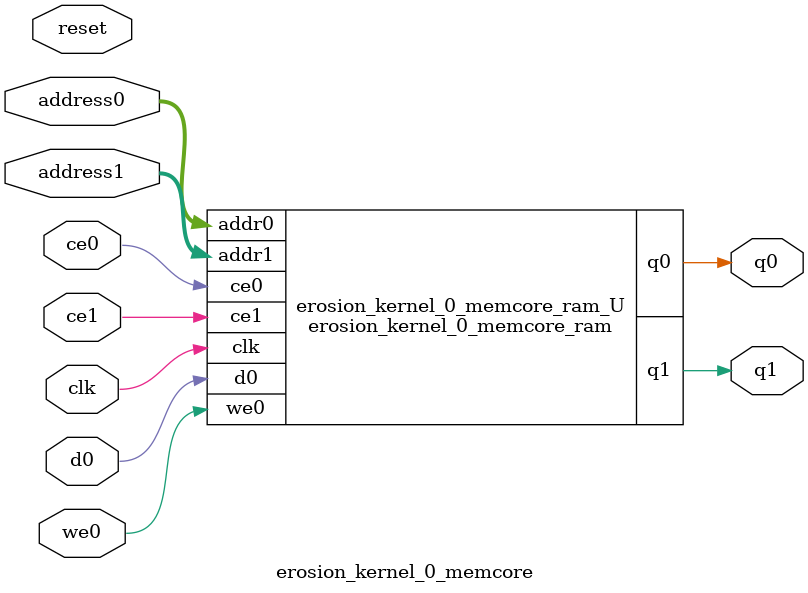
<source format=v>
`timescale 1 ns / 1 ps
module erosion_kernel_0_memcore_ram (addr0, ce0, d0, we0, q0, addr1, ce1, q1,  clk);

parameter DWIDTH = 1;
parameter AWIDTH = 2;
parameter MEM_SIZE = 3;

input[AWIDTH-1:0] addr0;
input ce0;
input[DWIDTH-1:0] d0;
input we0;
output reg[DWIDTH-1:0] q0;
input[AWIDTH-1:0] addr1;
input ce1;
output reg[DWIDTH-1:0] q1;
input clk;

(* ram_style = "distributed" *)reg [DWIDTH-1:0] ram[0:MEM_SIZE-1];




always @(posedge clk)  
begin 
    if (ce0) begin
        if (we0) 
            ram[addr0] <= d0; 
        q0 <= ram[addr0];
    end
end


always @(posedge clk)  
begin 
    if (ce1) begin
        q1 <= ram[addr1];
    end
end


endmodule

`timescale 1 ns / 1 ps
module erosion_kernel_0_memcore(
    reset,
    clk,
    address0,
    ce0,
    we0,
    d0,
    q0,
    address1,
    ce1,
    q1);

parameter DataWidth = 32'd1;
parameter AddressRange = 32'd3;
parameter AddressWidth = 32'd2;
input reset;
input clk;
input[AddressWidth - 1:0] address0;
input ce0;
input we0;
input[DataWidth - 1:0] d0;
output[DataWidth - 1:0] q0;
input[AddressWidth - 1:0] address1;
input ce1;
output[DataWidth - 1:0] q1;



erosion_kernel_0_memcore_ram erosion_kernel_0_memcore_ram_U(
    .clk( clk ),
    .addr0( address0 ),
    .ce0( ce0 ),
    .we0( we0 ),
    .d0( d0 ),
    .q0( q0 ),
    .addr1( address1 ),
    .ce1( ce1 ),
    .q1( q1 ));

endmodule


</source>
